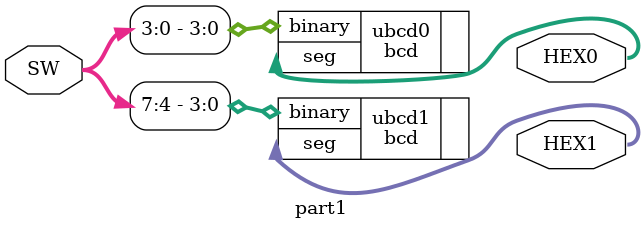
<source format=v>
module part1(
	input  [7:0] SW,   // SW[3:0]=HEX0, SW[7:4]=HEX1
	output [0:6] HEX0, // 7-segment display for SW[3:0]
	output [0:6] HEX1  // 7-segment display for SW[7:4]
);
	
   // Instantiate BCD decoder for HEX0
	bcd ubcd0(.binary(SW[3:0]), .seg(HEX0));
	
   // Instantiate BCD decoder for HEX1
	bcd ubcd1(.binary(SW[7:4]), .seg(HEX1));

endmodule
</source>
